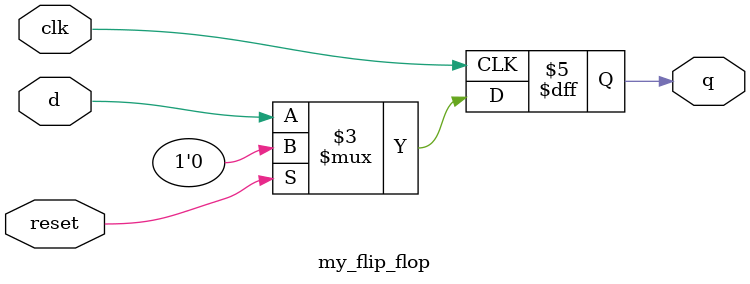
<source format=v>
module my_flip_flop(clk,reset,d,q);
	input clk, reset, d;
	output reg q;

	always @ (posedge clk)
		
		begin
			if(reset)
				q <= 0;
			else
				q <= d;
		end    
endmodule 
</source>
